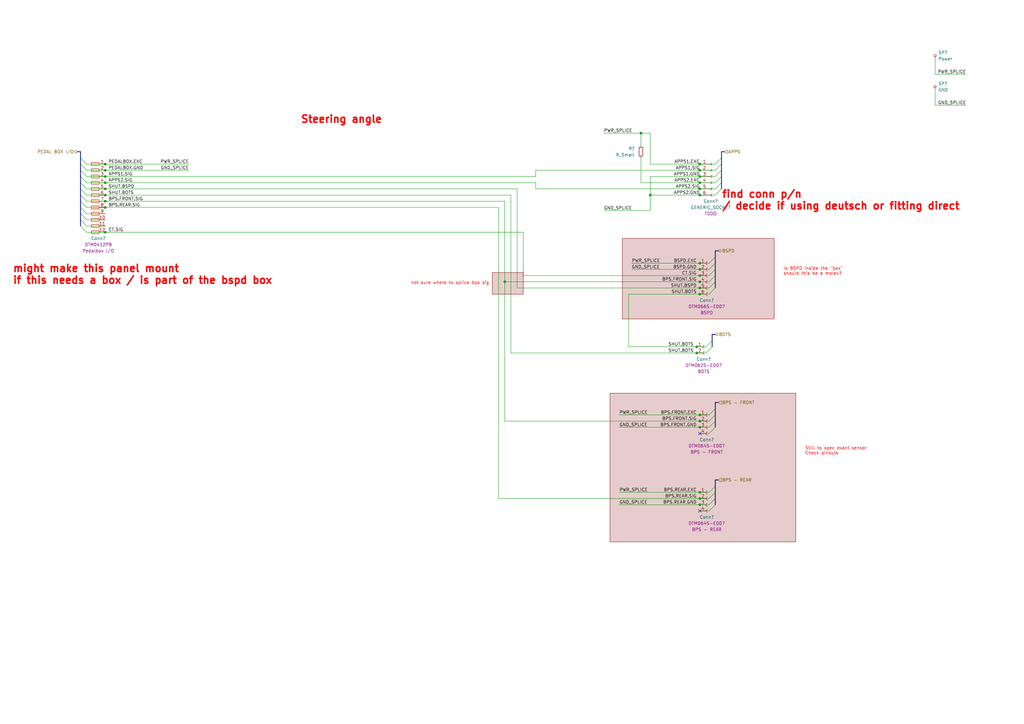
<source format=kicad_sch>
(kicad_sch (version 20230121) (generator eeschema)
  (paper "A3")
  (lib_symbols
    (symbol "Connector:Conn_01x06_Socket" (pin_names (offset 1.016) hide)
      (property "Reference" "J" (at 0 7.62 0))
      (property "Value" "Conn_01x06_Socket" (at 0 -10.16 0))
      (symbol "Conn_01x06_Socket_1_1"
        (arc (start 0 -7.112) (mid -0.5058 -7.62) (end 0 -8.128) (stroke (width 0.1524)))
        (arc (start 0 -4.572) (mid -0.5058 -5.08) (end 0 -5.588) (stroke (width 0.1524)))
        (arc (start 0 -2.032) (mid -0.5058 -2.54) (end 0 -3.048) (stroke (width 0.1524)))
        (polyline (pts (xy -1.27 -7.62) (xy -0.508 -7.62)) (stroke (width 0.1524)))
        (polyline (pts (xy -1.27 -5.08) (xy -0.508 -5.08)) (stroke (width 0.1524)))
        (polyline (pts (xy -1.27 -2.54) (xy -0.508 -2.54)) (stroke (width 0.1524)))
        (polyline (pts (xy -1.27 0) (xy -0.508 0)) (stroke (width 0.1524)))
        (polyline (pts (xy -1.27 2.54) (xy -0.508 2.54)) (stroke (width 0.1524)))
        (polyline (pts (xy -1.27 5.08) (xy -0.508 5.08)) (stroke (width 0.1524)))
        (arc (start 0 0.508) (mid -0.5058 0) (end 0 -0.508) (stroke (width 0.1524)))
        (arc (start 0 3.048) (mid -0.5058 2.54) (end 0 2.032) (stroke (width 0.1524)))
        (arc (start 0 5.588) (mid -0.5058 5.08) (end 0 4.572) (stroke (width 0.1524)))
        (pin passive line (at -5.08 5.08 0) (length 3.81) (name "Pin_1") (number "1"))
        (pin passive line (at -5.08 2.54 0) (length 3.81) (name "Pin_2") (number "2"))
        (pin passive line (at -5.08 0 0) (length 3.81) (name "Pin_3") (number "3"))
        (pin passive line (at -5.08 -2.54 0) (length 3.81) (name "Pin_4") (number "4"))
        (pin passive line (at -5.08 -5.08 0) (length 3.81) (name "Pin_5") (number "5"))
        (pin passive line (at -5.08 -7.62 0) (length 3.81) (name "Pin_6") (number "6"))
      )
    )
    (symbol "Connector:TestPoint_Small" (pin_numbers hide) (pin_names (offset 0.762) hide)
      (property "Reference" "TP" (at 0 3.81 0))
      (property "Value" "TestPoint_Small" (at 0 2.032 0))
      (symbol "TestPoint_Small_0_1"
        (circle (center 0 0) (radius 0.508))
      )
      (symbol "TestPoint_Small_1_1"
        (pin passive line (at 0 0 90) (length 0) (name "1") (number "1"))
      )
    )
    (symbol "Connectors_SUFST:Deutsch_DTM_12P_Pin"
      (property "Reference" "Conn" (at 0 -1.905 0))
      (property "P/N" "DTM0412PB" (at 0 0 0))
      (symbol "Deutsch_DTM_12P_Pin_0_1"
        (polyline (pts (xy -0.635 -29.845) (xy 1.905 -29.845)))
        (polyline (pts (xy -0.635 -24.765) (xy 1.905 -24.765)))
        (polyline (pts (xy -0.635 -19.685) (xy 1.905 -19.685)))
        (polyline (pts (xy -0.635 -14.605) (xy 1.905 -14.605)))
        (polyline (pts (xy -0.635 -9.525) (xy 1.905 -9.525)))
        (polyline (pts (xy -0.635 -4.445) (xy 1.905 -4.445)))
      )
      (symbol "Deutsch_DTM_12P_Pin_1_1"
        (rectangle (start -3.81 -31.75) (end -0.635 -33.02) (fill (type color) (color 255 229 191 1)))
        (rectangle (start -3.81 -29.21) (end -0.635 -30.48) (fill (type color) (color 255 229 191 1)))
        (rectangle (start -3.81 -26.67) (end -0.635 -27.94) (fill (type color) (color 255 229 191 1)))
        (rectangle (start -3.81 -24.13) (end -0.635 -25.4) (fill (type color) (color 255 229 191 1)))
        (rectangle (start -3.81 -21.59) (end -0.635 -22.86) (fill (type color) (color 255 229 191 1)))
        (rectangle (start -3.81 -19.05) (end -0.635 -20.32) (fill (type color) (color 255 229 191 1)))
        (rectangle (start -3.81 -16.51) (end -0.635 -17.78) (fill (type color) (color 255 229 191 1)))
        (rectangle (start -3.81 -13.97) (end -0.635 -15.24) (fill (type color) (color 255 229 191 1)))
        (rectangle (start -3.81 -11.43) (end -0.635 -12.7) (fill (type color) (color 255 229 191 1)))
        (rectangle (start -3.81 -8.89) (end -0.635 -10.16) (fill (type color) (color 255 229 191 1)))
        (rectangle (start -3.81 -6.35) (end -0.635 -7.62) (fill (type color) (color 255 229 191 1)))
        (rectangle (start -3.81 -3.81) (end -0.635 -5.08) (fill (type color) (color 255 229 191 1)))
        (pin input line (at 1.905 -32.385 180) (length 2.54) (name "") (number "1"))
        (pin input line (at 1.905 -9.525 180) (length 2.54) (name "") (number "10"))
        (pin input line (at 1.905 -6.985 180) (length 2.54) (name "") (number "11"))
        (pin input line (at 1.905 -4.445 180) (length 2.54) (name "") (number "12"))
        (pin input line (at 1.905 -29.845 180) (length 2.54) (name "") (number "2"))
        (pin input line (at 1.905 -27.305 180) (length 2.54) (name "") (number "3"))
        (pin input line (at 1.905 -24.765 180) (length 2.54) (name "") (number "4"))
        (pin input line (at 1.905 -22.225 180) (length 2.54) (name "") (number "5"))
        (pin input line (at 1.905 -19.685 180) (length 2.54) (name "") (number "6"))
        (pin input line (at 1.905 -17.145 180) (length 2.54) (name "") (number "7"))
        (pin input line (at 1.905 -14.605 180) (length 2.54) (name "") (number "8"))
        (pin input line (at 1.905 -12.065 180) (length 2.54) (name "") (number "9"))
      )
    )
    (symbol "Connectors_SUFST:Deutsch_DTM_2S_Pin"
      (property "Reference" "Conn" (at 0 0.635 0))
      (property "P/N" "DTM062S-E007" (at 0 0 0))
      (symbol "Deutsch_DTM_2S_Pin_0_1"
        (arc (start -2.5368 -2.5407) (mid -1.9833 -1.9063) (end -2.5355 -1.2707))
        (arc (start -2.4524 -5.0801) (mid -1.8989 -4.4457) (end -2.4511 -3.8101))
      )
      (symbol "Deutsch_DTM_2S_Pin_1_1"
        (pin input line (at 0.635 -4.445 180) (length 2.54) (name "") (number "1"))
        (pin input line (at 0.635 -1.905 180) (length 2.54) (name "") (number "2"))
      )
    )
    (symbol "Connectors_SUFST:Deutsch_DTM_4S_Pin"
      (property "Reference" "Conn" (at 0 0.635 0))
      (property "P/N" "DTM064S-E007" (at 0 0 0))
      (symbol "Deutsch_DTM_4S_Pin_0_1"
        (arc (start -2.5368 -7.6207) (mid -1.9833 -6.9863) (end -2.5355 -6.3507))
        (arc (start -2.5368 -2.5407) (mid -1.9833 -1.9063) (end -2.5355 -1.2707))
        (arc (start -2.4524 -10.1601) (mid -1.8989 -9.5257) (end -2.4511 -8.8901))
        (arc (start -2.4524 -5.0801) (mid -1.8989 -4.4457) (end -2.4511 -3.8101))
      )
      (symbol "Deutsch_DTM_4S_Pin_1_1"
        (pin input line (at 0.635 -9.525 180) (length 2.54) (name "") (number "1"))
        (pin input line (at 0.635 -6.985 180) (length 2.54) (name "") (number "2"))
        (pin input line (at 0.635 -4.445 180) (length 2.54) (name "") (number "3"))
        (pin input line (at 0.635 -1.905 180) (length 2.54) (name "") (number "4"))
      )
    )
    (symbol "Connectors_SUFST:Deutsch_DTM_6S_Pin"
      (property "Reference" "Conn" (at 0 0.635 0))
      (property "P/N" "DTM066S-E007" (at 0 0 0))
      (symbol "Deutsch_DTM_6S_Pin_0_1"
        (arc (start -2.5368 -12.7007) (mid -1.9833 -12.0663) (end -2.5355 -11.4307))
        (arc (start -2.5368 -7.6207) (mid -1.9833 -6.9863) (end -2.5355 -6.3507))
        (arc (start -2.5368 -2.5407) (mid -1.9833 -1.9063) (end -2.5355 -1.2707))
        (arc (start -2.4524 -15.2401) (mid -1.8989 -14.6057) (end -2.4511 -13.9701))
        (arc (start -2.4524 -10.1601) (mid -1.8989 -9.5257) (end -2.4511 -8.8901))
        (arc (start -2.4524 -5.0801) (mid -1.8989 -4.4457) (end -2.4511 -3.8101))
      )
      (symbol "Deutsch_DTM_6S_Pin_1_1"
        (pin input line (at 0.635 -14.605 180) (length 2.54) (name "") (number "1"))
        (pin input line (at 0.635 -12.065 180) (length 2.54) (name "") (number "2"))
        (pin input line (at 0.635 -9.525 180) (length 2.54) (name "") (number "3"))
        (pin input line (at 0.635 -6.985 180) (length 2.54) (name "") (number "4"))
        (pin input line (at 0.635 -4.445 180) (length 2.54) (name "") (number "5"))
        (pin input line (at 0.635 -1.905 180) (length 2.54) (name "") (number "6"))
      )
    )
    (symbol "Device:R_Small" (pin_numbers hide) (pin_names (offset 0.254) hide)
      (property "Reference" "R" (at 0.762 0.508 0))
      (property "Value" "R_Small" (at 0.762 -1.016 0))
      (symbol "R_Small_0_1"
        (rectangle (start -0.762 1.778) (end 0.762 -1.778) (stroke (width 0.2032)))
      )
      (symbol "R_Small_1_1"
        (pin passive line (at 0 2.54 270) (length 0.762) (name "~") (number "1"))
        (pin passive line (at 0 -2.54 90) (length 0.762) (name "~") (number "2"))
      )
    )
  )
  (junction (at 287.02 170.18))
  (junction (at 43.18 67.31))
  (junction (at 287.02 118.11))
  (junction (at 287.02 107.95))
  (junction (at 287.02 201.93))
  (junction (at 287.02 110.49))
  (junction (at 207.01 115.57))
  (junction (at 287.02 204.47))
  (junction (at 266.7 80.01))
  (junction (at 287.02 74.93))
  (junction (at 43.18 80.01))
  (junction (at 285.75 142.24))
  (junction (at 287.02 120.65))
  (junction (at 287.02 67.31))
  (junction (at 287.02 175.26))
  (junction (at 43.18 95.25))
  (junction (at 43.18 77.47))
  (junction (at 287.02 77.47))
  (junction (at 43.18 74.93))
  (junction (at 262.89 54.61))
  (junction (at 43.18 72.39))
  (junction (at 287.02 113.03))
  (junction (at 287.02 80.01))
  (junction (at 287.02 72.39))
  (junction (at 285.75 144.78))
  (junction (at 287.02 172.72))
  (junction (at 287.02 207.01))
  (junction (at 43.18 82.55))
  (junction (at 43.18 69.85))
  (junction (at 287.02 115.57))
  (junction (at 43.18 85.09))
  (junction (at 287.02 69.85))
  (no_connect (at 287.02 177.8))
  (no_connect (at 287.02 209.55))
  (bus_entry (at 290.83 209.55) (size 2.54 -2.54))
  (bus_entry (at 33.02 67.31) (size 2.54 2.54))
  (bus_entry (at 293.37 80.01) (size 2.54 -2.54))
  (bus_entry (at 290.83 177.8) (size 2.54 -2.54))
  (bus_entry (at 293.37 77.47) (size 2.54 -2.54))
  (bus_entry (at 290.83 175.26) (size 2.54 -2.54))
  (bus_entry (at 290.83 107.95) (size 2.54 -2.54))
  (bus_entry (at 293.37 67.31) (size 2.54 -2.54))
  (bus_entry (at 293.37 74.93) (size 2.54 -2.54))
  (bus_entry (at 33.02 90.17) (size 2.54 2.54))
  (bus_entry (at 290.83 204.47) (size 2.54 -2.54))
  (bus_entry (at 33.02 77.47) (size 2.54 2.54))
  (bus_entry (at 289.56 142.24) (size 2.54 -2.54))
  (bus_entry (at 290.83 118.11) (size 2.54 -2.54))
  (bus_entry (at 293.37 69.85) (size 2.54 -2.54))
  (bus_entry (at 33.02 64.77) (size 2.54 2.54))
  (bus_entry (at 290.83 120.65) (size 2.54 -2.54))
  (bus_entry (at 290.83 113.03) (size 2.54 -2.54))
  (bus_entry (at 33.02 85.09) (size 2.54 2.54))
  (bus_entry (at 290.83 172.72) (size 2.54 -2.54))
  (bus_entry (at 289.56 144.78) (size 2.54 -2.54))
  (bus_entry (at 33.02 69.85) (size 2.54 2.54))
  (bus_entry (at 33.02 80.01) (size 2.54 2.54))
  (bus_entry (at 290.83 170.18) (size 2.54 -2.54))
  (bus_entry (at 290.83 207.01) (size 2.54 -2.54))
  (bus_entry (at 290.83 115.57) (size 2.54 -2.54))
  (bus_entry (at 33.02 92.71) (size 2.54 2.54))
  (bus_entry (at 290.83 110.49) (size 2.54 -2.54))
  (bus_entry (at 33.02 87.63) (size 2.54 2.54))
  (bus_entry (at 293.37 72.39) (size 2.54 -2.54))
  (bus_entry (at 33.02 74.93) (size 2.54 2.54))
  (bus_entry (at 290.83 201.93) (size 2.54 -2.54))
  (bus_entry (at 33.02 72.39) (size 2.54 2.54))
  (bus_entry (at 33.02 82.55) (size 2.54 2.54))
  (wire (pts (xy 287.02 177.8) (xy 290.83 177.8)))
  (wire (pts (xy 287.02 209.55) (xy 290.83 209.55)))
  (bus (pts (xy 293.37 102.87) (xy 294.64 102.87)))
  (bus (pts (xy 293.37 113.03) (xy 293.37 110.49)))
  (wire (pts (xy 35.56 74.93) (xy 43.18 74.93)))
  (bus (pts (xy 33.02 77.47) (xy 33.02 74.93)))
  (bus (pts (xy 293.37 199.39) (xy 293.37 196.85)))
  (bus (pts (xy 33.02 80.01) (xy 33.02 77.47)))
  (bus (pts (xy 33.02 74.93) (xy 33.02 72.39)))
  (wire (pts (xy 35.56 85.09) (xy 43.18 85.09)))
  (wire (pts (xy 35.56 95.25) (xy 43.18 95.25)))
  (bus (pts (xy 293.37 118.11) (xy 293.37 115.57)))
  (wire (pts (xy 383.54 30.48) (xy 383.54 22.86)))
  (wire (pts (xy 214.63 113.03) (xy 287.02 113.03)))
  (wire (pts (xy 287.02 204.47) (xy 204.47 204.47)))
  (wire (pts (xy 266.7 54.61) (xy 262.89 54.61)))
  (bus (pts (xy 33.02 67.31) (xy 33.02 64.77)))
  (wire (pts (xy 214.63 95.25) (xy 214.63 113.03)))
  (bus (pts (xy 293.37 167.64) (xy 293.37 165.1)))
  (bus (pts (xy 292.1 142.24) (xy 292.1 139.7)))
  (wire (pts (xy 247.65 86.36) (xy 266.7 86.36)))
  (wire (pts (xy 212.09 77.47) (xy 212.09 118.11)))
  (bus (pts (xy 293.37 196.85) (xy 294.64 196.85)))
  (bus (pts (xy 295.91 77.47) (xy 295.91 74.93)))
  (wire (pts (xy 35.56 92.71) (xy 43.18 92.71)))
  (wire (pts (xy 262.89 54.61) (xy 262.89 59.69)))
  (wire (pts (xy 383.54 43.18) (xy 396.24 43.18)))
  (wire (pts (xy 383.54 30.48) (xy 396.24 30.48)))
  (wire (pts (xy 254 175.26) (xy 287.02 175.26)))
  (wire (pts (xy 207.01 172.72) (xy 207.01 115.57)))
  (bus (pts (xy 293.37 105.41) (xy 293.37 102.87)))
  (wire (pts (xy 219.71 69.85) (xy 287.02 69.85)))
  (bus (pts (xy 295.91 64.77) (xy 295.91 62.23)))
  (wire (pts (xy 287.02 77.47) (xy 293.37 77.47)))
  (wire (pts (xy 287.02 74.93) (xy 293.37 74.93)))
  (wire (pts (xy 35.56 87.63) (xy 43.18 87.63)))
  (wire (pts (xy 212.09 118.11) (xy 287.02 118.11)))
  (wire (pts (xy 209.55 144.78) (xy 209.55 80.01)))
  (wire (pts (xy 266.7 86.36) (xy 266.7 80.01)))
  (bus (pts (xy 33.02 72.39) (xy 33.02 69.85)))
  (wire (pts (xy 287.02 110.49) (xy 290.83 110.49)))
  (wire (pts (xy 257.81 142.24) (xy 285.75 142.24)))
  (wire (pts (xy 287.02 72.39) (xy 293.37 72.39)))
  (wire (pts (xy 43.18 74.93) (xy 219.71 74.93)))
  (wire (pts (xy 43.18 95.25) (xy 214.63 95.25)))
  (wire (pts (xy 287.02 201.93) (xy 290.83 201.93)))
  (bus (pts (xy 33.02 82.55) (xy 33.02 80.01)))
  (wire (pts (xy 207.01 115.57) (xy 287.02 115.57)))
  (wire (pts (xy 43.18 72.39) (xy 219.71 72.39)))
  (bus (pts (xy 292.1 137.16) (xy 293.37 137.16)))
  (bus (pts (xy 33.02 64.77) (xy 33.02 62.23)))
  (wire (pts (xy 254 207.01) (xy 287.02 207.01)))
  (bus (pts (xy 33.02 92.71) (xy 33.02 90.17)))
  (wire (pts (xy 257.81 120.65) (xy 257.81 142.24)))
  (bus (pts (xy 295.91 72.39) (xy 295.91 69.85)))
  (wire (pts (xy 35.56 90.17) (xy 43.18 90.17)))
  (wire (pts (xy 254 201.93) (xy 287.02 201.93)))
  (wire (pts (xy 383.54 35.56) (xy 383.54 43.18)))
  (bus (pts (xy 295.91 69.85) (xy 295.91 67.31)))
  (wire (pts (xy 287.02 118.11) (xy 290.83 118.11)))
  (wire (pts (xy 219.71 77.47) (xy 219.71 74.93)))
  (wire (pts (xy 285.75 144.78) (xy 209.55 144.78)))
  (wire (pts (xy 287.02 207.01) (xy 290.83 207.01)))
  (wire (pts (xy 287.02 172.72) (xy 207.01 172.72)))
  (wire (pts (xy 259.08 110.49) (xy 287.02 110.49)))
  (bus (pts (xy 293.37 115.57) (xy 293.37 113.03)))
  (wire (pts (xy 43.18 67.31) (xy 77.47 67.31)))
  (wire (pts (xy 266.7 80.01) (xy 287.02 80.01)))
  (wire (pts (xy 287.02 107.95) (xy 290.83 107.95)))
  (wire (pts (xy 287.02 120.65) (xy 257.81 120.65)))
  (wire (pts (xy 43.18 85.09) (xy 204.47 85.09)))
  (bus (pts (xy 293.37 207.01) (xy 293.37 204.47)))
  (wire (pts (xy 43.18 69.85) (xy 77.47 69.85)))
  (wire (pts (xy 35.56 77.47) (xy 43.18 77.47)))
  (wire (pts (xy 35.56 67.31) (xy 43.18 67.31)))
  (wire (pts (xy 204.47 204.47) (xy 204.47 85.09)))
  (bus (pts (xy 293.37 110.49) (xy 293.37 107.95)))
  (wire (pts (xy 43.18 77.47) (xy 212.09 77.47)))
  (bus (pts (xy 293.37 204.47) (xy 293.37 201.93)))
  (wire (pts (xy 287.02 113.03) (xy 290.83 113.03)))
  (wire (pts (xy 262.89 74.93) (xy 287.02 74.93)))
  (bus (pts (xy 293.37 170.18) (xy 293.37 167.64)))
  (bus (pts (xy 295.91 67.31) (xy 295.91 64.77)))
  (bus (pts (xy 293.37 172.72) (xy 293.37 170.18)))
  (bus (pts (xy 293.37 175.26) (xy 293.37 172.72)))
  (bus (pts (xy 33.02 87.63) (xy 33.02 85.09)))
  (bus (pts (xy 293.37 165.1) (xy 294.64 165.1)))
  (bus (pts (xy 293.37 107.95) (xy 293.37 105.41)))
  (wire (pts (xy 287.02 175.26) (xy 290.83 175.26)))
  (bus (pts (xy 33.02 90.17) (xy 33.02 87.63)))
  (wire (pts (xy 266.7 80.01) (xy 266.7 72.39)))
  (bus (pts (xy 33.02 62.23) (xy 31.75 62.23)))
  (wire (pts (xy 287.02 204.47) (xy 290.83 204.47)))
  (wire (pts (xy 262.89 64.77) (xy 262.89 74.93)))
  (wire (pts (xy 219.71 69.85) (xy 219.71 72.39)))
  (wire (pts (xy 287.02 120.65) (xy 290.83 120.65)))
  (wire (pts (xy 285.75 144.78) (xy 289.56 144.78)))
  (wire (pts (xy 287.02 67.31) (xy 266.7 67.31)))
  (wire (pts (xy 254 170.18) (xy 287.02 170.18)))
  (wire (pts (xy 35.56 72.39) (xy 43.18 72.39)))
  (wire (pts (xy 287.02 69.85) (xy 293.37 69.85)))
  (wire (pts (xy 43.18 80.01) (xy 209.55 80.01)))
  (bus (pts (xy 295.91 62.23) (xy 297.18 62.23)))
  (wire (pts (xy 285.75 142.24) (xy 289.56 142.24)))
  (wire (pts (xy 287.02 172.72) (xy 290.83 172.72)))
  (wire (pts (xy 219.71 77.47) (xy 287.02 77.47)))
  (wire (pts (xy 287.02 170.18) (xy 290.83 170.18)))
  (wire (pts (xy 287.02 80.01) (xy 293.37 80.01)))
  (bus (pts (xy 33.02 69.85) (xy 33.02 67.31)))
  (wire (pts (xy 35.56 80.01) (xy 43.18 80.01)))
  (wire (pts (xy 35.56 69.85) (xy 43.18 69.85)))
  (wire (pts (xy 262.89 54.61) (xy 247.65 54.61)))
  (wire (pts (xy 207.01 82.55) (xy 207.01 115.57)))
  (wire (pts (xy 266.7 67.31) (xy 266.7 54.61)))
  (wire (pts (xy 266.7 72.39) (xy 287.02 72.39)))
  (bus (pts (xy 295.91 74.93) (xy 295.91 72.39)))
  (bus (pts (xy 292.1 139.7) (xy 292.1 137.16)))
  (bus (pts (xy 293.37 201.93) (xy 293.37 199.39)))
  (wire (pts (xy 259.08 107.95) (xy 287.02 107.95)))
  (wire (pts (xy 43.18 82.55) (xy 207.01 82.55)))
  (bus (pts (xy 33.02 85.09) (xy 33.02 82.55)))
  (wire (pts (xy 287.02 67.31) (xy 293.37 67.31)))
  (wire (pts (xy 287.02 115.57) (xy 290.83 115.57)))
  (wire (pts (xy 35.56 82.55) (xy 43.18 82.55)))
  (rectangle (start 250.19 161.29) (end 326.39 222.25) (stroke (width 0) (color 132 0 0 1)) (fill (type color) (color 132 0 0 0.2)))
  (rectangle (start 201.93 111.76) (end 214.63 120.65) (stroke (width 0) (color 132 0 0 1)) (fill (type color) (color 132 0 0 0.2)))
  (rectangle (start 255.27 97.79) (end 317.5 130.81) (stroke (width 0) (color 132 0 0 1)) (fill (type color) (color 132 0 0 0.2)))
  (text "might make this panel mount\nif this needs a box / is part of the bspd box" (at 5.08 116.84 0) (effects (font (size 3 3) (thickness 0.6) bold) (justify left bottom)))
  (text "find conn p/n\n/ decide if using deutsch or fitting direct" (at 295.91 86.36 0) (effects (font (size 3 3) (thickness 0.6) bold) (justify left bottom)))
  (text "not sure where to splice bps sig" (at 200.66 116.84 0) (effects (font (size 1.27 1.27)) (justify right bottom)))
  (text "Is BSPD inside the \"box\"\nshould this be a molex?" (at 321.31 113.03 0) (effects (font (size 1.27 1.27)) (justify left bottom)))
  (text "Steering angle" (at 123.19 50.8 0) (effects (font (size 3 3) (thickness 0.6) bold) (justify left bottom)))
  (text "Still to spec exact sensor\nCheck pinouts" (at 330.2 186.69 0) (effects (font (size 1.27 1.27)) (justify left bottom)))
  (label "GND_SPLICE" (at 247.65 86.36 0))
  (label "CT.SIG" (at 285.75 113.03 180))
  (label "GND_SPLICE" (at 396.24 43.18 180))
  (label "PWR_SPLICE" (at 396.24 30.48 180))
  (label "BSPD.EXC" (at 285.75 107.95 180))
  (label "APPS1.SIG" (at 44.45 72.39 0))
  (label "GND_SPLICE" (at 259.08 110.49 0))
  (label "SHUT.BOTS" (at 284.48 144.78 180))
  (label "BPS.REAR.GND" (at 285.75 207.01 180))
  (label "BPS.FRONT.GND" (at 285.75 175.26 180))
  (label "BPS.FRONT.SIG" (at 285.75 115.57 180))
  (label "APPS2.EXC" (at 287.02 74.93 180))
  (label "BPS.REAR.SIG" (at 285.75 204.47 180))
  (label "BPS.FRONT.EXC" (at 285.75 170.18 180))
  (label "PEDALBOX.EXC" (at 44.45 67.31 0))
  (label "CT.SIG" (at 44.45 95.25 0))
  (label "PEDALBOX.GND" (at 44.45 69.85 0))
  (label "BPS.FRONT.SIG" (at 44.45 82.55 0))
  (label "APPS1.EXC" (at 287.02 67.31 180))
  (label "APPS2.GND" (at 287.02 80.01 180))
  (label "GND_SPLICE" (at 254 207.01 0))
  (label "SHUT.BSPD" (at 44.45 77.47 0))
  (label "PWR_SPLICE" (at 254 201.93 0))
  (label "APPS2.SIG" (at 44.45 74.93 0))
  (label "APPS2.SIG" (at 287.02 77.47 180))
  (label "GND_SPLICE" (at 254 175.26 0))
  (label "APPS1.GND" (at 287.02 72.39 180))
  (label "GND_SPLICE" (at 77.47 69.85 180))
  (label "SHUT.BOTS" (at 285.75 120.65 180))
  (label "SHUT.BSPD" (at 285.75 118.11 180))
  (label "BPS.REAR.EXC" (at 285.75 201.93 180))
  (label "PWR_SPLICE" (at 259.08 107.95 0))
  (label "BPS.REAR.SIG" (at 44.45 85.09 0))
  (label "SHUT.BOTS" (at 284.48 142.24 180))
  (label "BSPD.GND" (at 285.75 110.49 180))
  (label "APPS1.SIG" (at 287.02 69.85 180))
  (label "PWR_SPLICE" (at 254 170.18 0))
  (label "PWR_SPLICE" (at 247.65 54.61 0))
  (label "BPS.FRONT.SIG" (at 285.75 172.72 180))
  (label "PWR_SPLICE" (at 77.47 67.31 180))
  (label "SHUT.BOTS" (at 44.45 80.01 0))
  (hierarchical_label "PEDAL BOX I{slash}O" (shape bidirectional) (at 31.75 62.23 180))
  (hierarchical_label "BOTS" (shape bidirectional) (at 293.37 137.16 0))
  (hierarchical_label "BPS - REAR" (shape input) (at 294.64 196.85 0))
  (hierarchical_label "BSPD" (shape bidirectional) (at 294.64 102.87 0))
  (hierarchical_label "BPS - FRONT" (shape input) (at 294.64 165.1 0))
  (hierarchical_label "APPS" (shape input) (at 297.18 62.23 0))
  (symbol (lib_id "Connectors_SUFST:Deutsch_DTM_12P_Pin") (at 41.275 99.695 0) (mirror x) (unit 1)
    (property "Reference" "Conn?" (at 40.3225 97.79 0))
    (property "Value" "Deutsch_DTM_12P_Pin" (effects hide))
    (property "P/N" "DTM0412PB" (at 40.3225 100.33 0))
    (property "Conn Name" "Pedalbox I/O" (at 40.3225 102.87 0))
  )
  (symbol (lib_id "Connector:TestPoint_Small") (at 383.54 22.86 0) (unit 1)
    (property "Reference" "SP?" (at 384.81 21.59 0) (effects (justify left)))
    (property "Value" "Power" (at 384.81 24.13 0) (effects (justify left)))
  )
  (symbol (lib_id "Connector:TestPoint_Small") (at 383.54 35.56 0) (unit 1)
    (property "Reference" "SP?" (at 384.81 34.29 0) (effects (justify left)))
    (property "Value" "GND" (at 384.81 36.83 0) (effects (justify left)))
  )
  (symbol (lib_id "Device:R_Small") (at 262.89 62.23 0) (mirror x) (unit 1)
    (property "Reference" "R?" (at 260.35 60.96 0) (effects (justify right)))
    (property "Value" "R_Small" (at 260.35 63.5 0) (effects (justify right)))
  )
  (symbol (lib_id "Connectors_SUFST:Deutsch_DTM_4S_Pin") (at 287.655 211.455 180) (unit 1)
    (property "Reference" "Conn?" (at 289.8728 212.09 0))
    (property "Value" "Deutsch_DTM_4S_Pin" (effects hide))
    (property "P/N" "DTM064S-E007" (at 289.8728 214.63 0))
    (property "Conn Name" "BPS - REAR" (at 289.8728 217.17 0))
  )
  (symbol (lib_id "Connectors_SUFST:Deutsch_DTM_4S_Pin") (at 287.655 179.705 180) (unit 1)
    (property "Reference" "Conn?" (at 289.8728 180.34 0))
    (property "Value" "Deutsch_DTM_4S_Pin" (effects hide))
    (property "P/N" "DTM064S-E007" (at 289.8728 182.88 0))
    (property "Conn Name" "BPS - FRONT" (at 289.8728 185.42 0))
  )
  (symbol (lib_id "Connectors_SUFST:Deutsch_DTM_6S_Pin") (at 287.655 122.555 180) (unit 1)
    (property "Reference" "Conn?" (at 289.8728 123.19 0))
    (property "Value" "Deutsch_DTM_6S_Pin" (effects hide))
    (property "P/N" "DTM066S-E007" (at 289.8728 125.73 0))
    (property "Conn Name" "BSPD" (at 289.8728 128.27 0))
  )
  (symbol (lib_id "Connector:Conn_01x06_Socket") (at 292.1 72.39 0) (unit 1)
    (property "Reference" "Conn?" (at 291.465 82.55 0))
    (property "Value" "GENERIC_SOCKET" (at 291.465 85.09 0))
    (property "Conn Name" "TODO" (at 291.465 87.63 0))
  )
  (symbol (lib_id "Connectors_SUFST:Deutsch_DTM_2S_Pin") (at 286.385 146.685 180) (unit 1)
    (property "Reference" "Conn?" (at 288.6028 147.32 0))
    (property "Value" "Deutsch_DTM_2S_Pin" (effects hide))
    (property "P/N" "DTM062S-E007" (at 288.6028 149.86 0))
    (property "Conn Name" "BOTS" (at 288.6028 152.4 0))
  )
)
</source>
